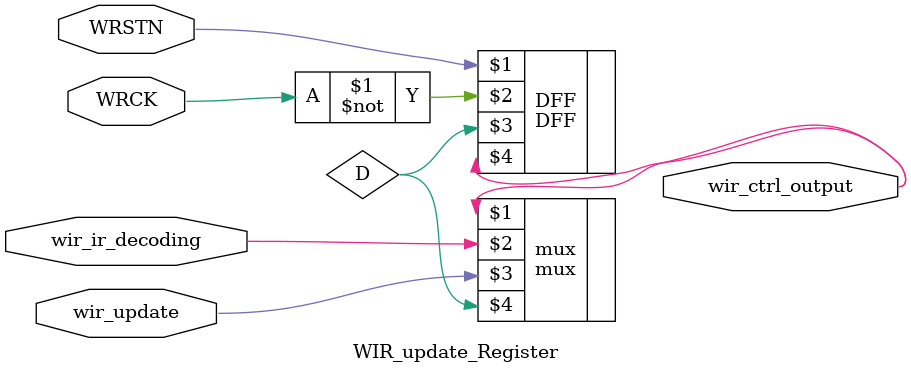
<source format=v>
module  WIR_update_Register (WRSTN,wir_update,WRCK,wir_ir_decoding,wir_ctrl_output);
input WRSTN;
input wir_update;
input WRCK;
input wir_ir_decoding;
output wir_ctrl_output;

wire D;
mux mux(wir_ctrl_output,wir_ir_decoding,wir_update,D);
DFF DFF(WRSTN,~WRCK,D,wir_ctrl_output);

endmodule
</source>
